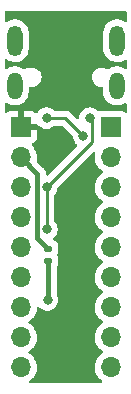
<source format=gbl>
%TF.GenerationSoftware,KiCad,Pcbnew,(6.0.7-1)-1*%
%TF.CreationDate,2022-09-18T21:52:20-07:00*%
%TF.ProjectId,tusb320-breakout-board,74757362-3332-4302-9d62-7265616b6f75,rev?*%
%TF.SameCoordinates,Original*%
%TF.FileFunction,Copper,L2,Bot*%
%TF.FilePolarity,Positive*%
%FSLAX46Y46*%
G04 Gerber Fmt 4.6, Leading zero omitted, Abs format (unit mm)*
G04 Created by KiCad (PCBNEW (6.0.7-1)-1) date 2022-09-18 21:52:20*
%MOMM*%
%LPD*%
G01*
G04 APERTURE LIST*
G04 Aperture macros list*
%AMRoundRect*
0 Rectangle with rounded corners*
0 $1 Rounding radius*
0 $2 $3 $4 $5 $6 $7 $8 $9 X,Y pos of 4 corners*
0 Add a 4 corners polygon primitive as box body*
4,1,4,$2,$3,$4,$5,$6,$7,$8,$9,$2,$3,0*
0 Add four circle primitives for the rounded corners*
1,1,$1+$1,$2,$3*
1,1,$1+$1,$4,$5*
1,1,$1+$1,$6,$7*
1,1,$1+$1,$8,$9*
0 Add four rect primitives between the rounded corners*
20,1,$1+$1,$2,$3,$4,$5,0*
20,1,$1+$1,$4,$5,$6,$7,0*
20,1,$1+$1,$6,$7,$8,$9,0*
20,1,$1+$1,$8,$9,$2,$3,0*%
G04 Aperture macros list end*
%TA.AperFunction,SMDPad,CuDef*%
%ADD10RoundRect,0.135000X-0.185000X0.135000X-0.185000X-0.135000X0.185000X-0.135000X0.185000X0.135000X0*%
%TD*%
%TA.AperFunction,ComponentPad*%
%ADD11O,1.300000X2.600000*%
%TD*%
%TA.AperFunction,ComponentPad*%
%ADD12O,1.300000X2.300000*%
%TD*%
%TA.AperFunction,ComponentPad*%
%ADD13R,1.700000X1.700000*%
%TD*%
%TA.AperFunction,ComponentPad*%
%ADD14O,1.700000X1.700000*%
%TD*%
%TA.AperFunction,ViaPad*%
%ADD15C,0.800000*%
%TD*%
%TA.AperFunction,Conductor*%
%ADD16C,0.400000*%
%TD*%
%TA.AperFunction,Conductor*%
%ADD17C,0.250000*%
%TD*%
G04 APERTURE END LIST*
D10*
%TO.P,R2,2*%
%TO.N,Net-(J2-Pad7)*%
X121056400Y-93268800D03*
%TO.P,R2,1*%
%TO.N,Net-(C1-Pad2)*%
X121056400Y-92248800D03*
%TD*%
D11*
%TO.P,J1,S1,SHIELD*%
%TO.N,unconnected-(J1-PadS1)*%
X126860000Y-74630000D03*
X118220000Y-74630000D03*
D12*
X118220000Y-78455000D03*
X126860000Y-78455000D03*
%TD*%
D13*
%TO.P,J2,1,Pin_1*%
%TO.N,GND*%
X118720000Y-81958000D03*
D14*
%TO.P,J2,2,Pin_2*%
%TO.N,Net-(C1-Pad2)*%
X118720000Y-84498000D03*
%TO.P,J2,3,Pin_3*%
%TO.N,Net-(J1-PadA5)*%
X118720000Y-87038000D03*
%TO.P,J2,4,Pin_4*%
%TO.N,Net-(J1-PadB5)*%
X118720000Y-89578000D03*
%TO.P,J2,5,Pin_5*%
%TO.N,Net-(J2-Pad5)*%
X118720000Y-92118000D03*
%TO.P,J2,6,Pin_6*%
%TO.N,Net-(J2-Pad6)*%
X118720000Y-94658000D03*
%TO.P,J2,7,Pin_7*%
%TO.N,Net-(J2-Pad7)*%
X118720000Y-97198000D03*
%TO.P,J2,8,Pin_8*%
%TO.N,Net-(J2-Pad8)*%
X118720000Y-99738000D03*
%TO.P,J2,9,Pin_9*%
%TO.N,Net-(J2-Pad9)*%
X118720000Y-102278000D03*
%TD*%
D13*
%TO.P,J3,1,Pin_1*%
%TO.N,Net-(J1-PadB8)*%
X126340000Y-81958000D03*
D14*
%TO.P,J3,2,Pin_2*%
%TO.N,Net-(J1-PadA8)*%
X126340000Y-84498000D03*
%TO.P,J3,3,Pin_3*%
%TO.N,Net-(J1-PadA7)*%
X126340000Y-87038000D03*
%TO.P,J3,4,Pin_4*%
%TO.N,Net-(J1-PadA6)*%
X126340000Y-89578000D03*
%TO.P,J3,5,Pin_5*%
%TO.N,Net-(C2-Pad2)*%
X126340000Y-92118000D03*
%TO.P,J3,6,Pin_6*%
%TO.N,Net-(J3-Pad6)*%
X126340000Y-94658000D03*
%TO.P,J3,7,Pin_7*%
%TO.N,Net-(J3-Pad7)*%
X126340000Y-97198000D03*
%TO.P,J3,8,Pin_8*%
%TO.N,Net-(J3-Pad8)*%
X126340000Y-99738000D03*
%TO.P,J3,9,Pin_9*%
%TO.N,Net-(J3-Pad9)*%
X126340000Y-102278000D03*
%TD*%
D15*
%TO.N,Net-(J2-Pad7)*%
X120980200Y-96596200D03*
%TO.N,GND*%
X122301000Y-87579200D03*
X125640000Y-80111600D03*
X121208800Y-85090000D03*
X123960000Y-90068400D03*
X124980000Y-95928000D03*
%TO.N,Net-(J1-PadA5)*%
X120930000Y-90600000D03*
X120930000Y-87038000D03*
X124560000Y-81190000D03*
%TO.N,Net-(J1-PadA8)*%
X124020000Y-82710000D03*
X120910000Y-81190000D03*
%TD*%
D16*
%TO.N,Net-(J2-Pad7)*%
X121056400Y-93268800D02*
X121056400Y-96520000D01*
X121056400Y-96520000D02*
X120980200Y-96596200D01*
%TO.N,Net-(C1-Pad2)*%
X118720000Y-84498000D02*
X120130000Y-85908000D01*
X120130000Y-85908000D02*
X120130000Y-91322400D01*
X120130000Y-91322400D02*
X121056400Y-92248800D01*
D17*
%TO.N,Net-(J1-PadA5)*%
X124745000Y-81375000D02*
X124745000Y-83223000D01*
X124560000Y-81190000D02*
X124745000Y-81375000D01*
X124745000Y-83223000D02*
X120930000Y-87038000D01*
X120930000Y-87038000D02*
X120930000Y-90600000D01*
%TO.N,Net-(J1-PadA8)*%
X122500000Y-81190000D02*
X124020000Y-82710000D01*
X120910000Y-81190000D02*
X122500000Y-81190000D01*
%TD*%
%TA.AperFunction,Conductor*%
%TO.N,GND*%
G36*
X124941402Y-84026670D02*
G01*
X124998237Y-84069217D01*
X125023048Y-84135737D01*
X125018786Y-84178396D01*
X125000989Y-84242570D01*
X124977251Y-84464695D01*
X124977548Y-84469848D01*
X124977548Y-84469851D01*
X124983011Y-84564590D01*
X124990110Y-84687715D01*
X124991247Y-84692761D01*
X124991248Y-84692767D01*
X125006822Y-84761871D01*
X125039222Y-84905639D01*
X125123266Y-85112616D01*
X125125965Y-85117020D01*
X125237288Y-85298683D01*
X125239987Y-85303088D01*
X125386250Y-85471938D01*
X125558126Y-85614632D01*
X125596569Y-85637096D01*
X125631445Y-85657476D01*
X125680169Y-85709114D01*
X125693240Y-85778897D01*
X125666509Y-85844669D01*
X125626055Y-85878027D01*
X125613607Y-85884507D01*
X125609474Y-85887610D01*
X125609471Y-85887612D01*
X125439100Y-86015530D01*
X125434965Y-86018635D01*
X125280629Y-86180138D01*
X125277715Y-86184410D01*
X125277714Y-86184411D01*
X125200071Y-86298231D01*
X125154743Y-86364680D01*
X125060688Y-86567305D01*
X125000989Y-86782570D01*
X124977251Y-87004695D01*
X124990110Y-87227715D01*
X124991247Y-87232761D01*
X124991248Y-87232767D01*
X125012275Y-87326069D01*
X125039222Y-87445639D01*
X125123266Y-87652616D01*
X125147497Y-87692158D01*
X125237288Y-87838683D01*
X125239987Y-87843088D01*
X125386250Y-88011938D01*
X125558126Y-88154632D01*
X125628595Y-88195811D01*
X125631445Y-88197476D01*
X125680169Y-88249114D01*
X125693240Y-88318897D01*
X125666509Y-88384669D01*
X125626055Y-88418027D01*
X125613607Y-88424507D01*
X125609474Y-88427610D01*
X125609471Y-88427612D01*
X125585247Y-88445800D01*
X125434965Y-88558635D01*
X125280629Y-88720138D01*
X125277715Y-88724410D01*
X125277714Y-88724411D01*
X125200071Y-88838231D01*
X125154743Y-88904680D01*
X125060688Y-89107305D01*
X125000989Y-89322570D01*
X124977251Y-89544695D01*
X124990110Y-89767715D01*
X124991247Y-89772761D01*
X124991248Y-89772767D01*
X125012275Y-89866069D01*
X125039222Y-89985639D01*
X125123266Y-90192616D01*
X125125965Y-90197020D01*
X125237288Y-90378683D01*
X125239987Y-90383088D01*
X125386250Y-90551938D01*
X125558126Y-90694632D01*
X125628595Y-90735811D01*
X125631445Y-90737476D01*
X125680169Y-90789114D01*
X125693240Y-90858897D01*
X125666509Y-90924669D01*
X125626055Y-90958027D01*
X125613607Y-90964507D01*
X125609474Y-90967610D01*
X125609471Y-90967612D01*
X125585247Y-90985800D01*
X125434965Y-91098635D01*
X125280629Y-91260138D01*
X125277715Y-91264410D01*
X125277714Y-91264411D01*
X125200071Y-91378231D01*
X125154743Y-91444680D01*
X125120463Y-91518531D01*
X125082046Y-91601294D01*
X125060688Y-91647305D01*
X125000989Y-91862570D01*
X124977251Y-92084695D01*
X124990110Y-92307715D01*
X124991247Y-92312761D01*
X124991248Y-92312767D01*
X125012275Y-92406069D01*
X125039222Y-92525639D01*
X125123266Y-92732616D01*
X125139312Y-92758800D01*
X125237288Y-92918683D01*
X125239987Y-92923088D01*
X125386250Y-93091938D01*
X125558126Y-93234632D01*
X125628595Y-93275811D01*
X125631445Y-93277476D01*
X125680169Y-93329114D01*
X125693240Y-93398897D01*
X125666509Y-93464669D01*
X125626055Y-93498027D01*
X125613607Y-93504507D01*
X125609474Y-93507610D01*
X125609471Y-93507612D01*
X125585247Y-93525800D01*
X125434965Y-93638635D01*
X125280629Y-93800138D01*
X125277715Y-93804410D01*
X125277714Y-93804411D01*
X125200071Y-93918231D01*
X125154743Y-93984680D01*
X125060688Y-94187305D01*
X125000989Y-94402570D01*
X124977251Y-94624695D01*
X124977548Y-94629848D01*
X124977548Y-94629851D01*
X124983011Y-94724590D01*
X124990110Y-94847715D01*
X124991247Y-94852761D01*
X124991248Y-94852767D01*
X125011119Y-94940939D01*
X125039222Y-95065639D01*
X125123266Y-95272616D01*
X125125965Y-95277020D01*
X125237288Y-95458683D01*
X125239987Y-95463088D01*
X125386250Y-95631938D01*
X125558126Y-95774632D01*
X125628595Y-95815811D01*
X125631445Y-95817476D01*
X125680169Y-95869114D01*
X125693240Y-95938897D01*
X125666509Y-96004669D01*
X125626055Y-96038027D01*
X125613607Y-96044507D01*
X125609474Y-96047610D01*
X125609471Y-96047612D01*
X125439100Y-96175530D01*
X125434965Y-96178635D01*
X125280629Y-96340138D01*
X125277715Y-96344410D01*
X125277714Y-96344411D01*
X125200071Y-96458231D01*
X125154743Y-96524680D01*
X125060688Y-96727305D01*
X125000989Y-96942570D01*
X124977251Y-97164695D01*
X124977548Y-97169848D01*
X124977548Y-97169851D01*
X124979361Y-97201288D01*
X124990110Y-97387715D01*
X124991247Y-97392761D01*
X124991248Y-97392767D01*
X125006921Y-97462309D01*
X125039222Y-97605639D01*
X125123266Y-97812616D01*
X125125965Y-97817020D01*
X125237288Y-97998683D01*
X125239987Y-98003088D01*
X125386250Y-98171938D01*
X125558126Y-98314632D01*
X125628595Y-98355811D01*
X125631445Y-98357476D01*
X125680169Y-98409114D01*
X125693240Y-98478897D01*
X125666509Y-98544669D01*
X125626055Y-98578027D01*
X125613607Y-98584507D01*
X125609474Y-98587610D01*
X125609471Y-98587612D01*
X125585247Y-98605800D01*
X125434965Y-98718635D01*
X125280629Y-98880138D01*
X125277715Y-98884410D01*
X125277714Y-98884411D01*
X125200071Y-98998231D01*
X125154743Y-99064680D01*
X125060688Y-99267305D01*
X125000989Y-99482570D01*
X124977251Y-99704695D01*
X124977548Y-99709848D01*
X124977548Y-99709851D01*
X124983011Y-99804590D01*
X124990110Y-99927715D01*
X124991247Y-99932761D01*
X124991248Y-99932767D01*
X125011119Y-100020939D01*
X125039222Y-100145639D01*
X125123266Y-100352616D01*
X125125965Y-100357020D01*
X125237288Y-100538683D01*
X125239987Y-100543088D01*
X125386250Y-100711938D01*
X125558126Y-100854632D01*
X125628595Y-100895811D01*
X125631445Y-100897476D01*
X125680169Y-100949114D01*
X125693240Y-101018897D01*
X125666509Y-101084669D01*
X125626055Y-101118027D01*
X125613607Y-101124507D01*
X125609474Y-101127610D01*
X125609471Y-101127612D01*
X125585247Y-101145800D01*
X125434965Y-101258635D01*
X125280629Y-101420138D01*
X125277715Y-101424410D01*
X125277714Y-101424411D01*
X125200071Y-101538231D01*
X125154743Y-101604680D01*
X125060688Y-101807305D01*
X125000989Y-102022570D01*
X124977251Y-102244695D01*
X124977548Y-102249848D01*
X124977548Y-102249851D01*
X124983011Y-102344590D01*
X124990110Y-102467715D01*
X124991247Y-102472761D01*
X124991248Y-102472767D01*
X125011119Y-102560939D01*
X125039222Y-102685639D01*
X125123266Y-102892616D01*
X125125965Y-102897020D01*
X125237288Y-103078683D01*
X125239987Y-103083088D01*
X125386250Y-103251938D01*
X125558126Y-103394632D01*
X125562593Y-103397242D01*
X125566827Y-103400207D01*
X125566041Y-103401329D01*
X125610406Y-103448344D01*
X125623482Y-103518126D01*
X125596754Y-103583899D01*
X125538710Y-103624782D01*
X125498116Y-103631500D01*
X119555617Y-103631500D01*
X119487496Y-103611498D01*
X119441003Y-103557842D01*
X119430899Y-103487568D01*
X119460393Y-103422988D01*
X119482449Y-103402921D01*
X119498703Y-103391327D01*
X119599860Y-103319173D01*
X119758096Y-103161489D01*
X119817594Y-103078689D01*
X119885435Y-102984277D01*
X119888453Y-102980077D01*
X119895827Y-102965158D01*
X119985136Y-102784453D01*
X119985137Y-102784451D01*
X119987430Y-102779811D01*
X120052370Y-102566069D01*
X120081529Y-102344590D01*
X120083156Y-102278000D01*
X120064852Y-102055361D01*
X120010431Y-101838702D01*
X119921354Y-101633840D01*
X119877035Y-101565334D01*
X119802822Y-101450617D01*
X119802820Y-101450614D01*
X119800014Y-101446277D01*
X119649670Y-101281051D01*
X119645619Y-101277852D01*
X119645615Y-101277848D01*
X119478414Y-101145800D01*
X119478410Y-101145798D01*
X119474359Y-101142598D01*
X119433053Y-101119796D01*
X119383084Y-101069364D01*
X119368312Y-100999921D01*
X119393428Y-100933516D01*
X119420780Y-100906909D01*
X119464603Y-100875650D01*
X119599860Y-100779173D01*
X119758096Y-100621489D01*
X119817594Y-100538689D01*
X119885435Y-100444277D01*
X119888453Y-100440077D01*
X119895827Y-100425158D01*
X119985136Y-100244453D01*
X119985137Y-100244451D01*
X119987430Y-100239811D01*
X120052370Y-100026069D01*
X120081529Y-99804590D01*
X120083156Y-99738000D01*
X120064852Y-99515361D01*
X120010431Y-99298702D01*
X119921354Y-99093840D01*
X119877035Y-99025334D01*
X119802822Y-98910617D01*
X119802820Y-98910614D01*
X119800014Y-98906277D01*
X119649670Y-98741051D01*
X119645619Y-98737852D01*
X119645615Y-98737848D01*
X119478414Y-98605800D01*
X119478410Y-98605798D01*
X119474359Y-98602598D01*
X119433053Y-98579796D01*
X119383084Y-98529364D01*
X119368312Y-98459921D01*
X119393428Y-98393516D01*
X119420780Y-98366909D01*
X119464603Y-98335650D01*
X119599860Y-98239173D01*
X119758096Y-98081489D01*
X119817594Y-97998689D01*
X119885435Y-97904277D01*
X119888453Y-97900077D01*
X119895827Y-97885158D01*
X119985136Y-97704453D01*
X119985137Y-97704451D01*
X119987430Y-97699811D01*
X120019900Y-97592940D01*
X120050865Y-97491023D01*
X120050865Y-97491021D01*
X120052370Y-97486069D01*
X120081315Y-97266215D01*
X120110038Y-97201288D01*
X120169303Y-97162197D01*
X120240295Y-97161352D01*
X120299872Y-97198350D01*
X120368947Y-97275066D01*
X120523448Y-97387318D01*
X120529476Y-97390002D01*
X120529478Y-97390003D01*
X120691881Y-97462309D01*
X120697912Y-97464994D01*
X120772927Y-97480939D01*
X120878256Y-97503328D01*
X120878261Y-97503328D01*
X120884713Y-97504700D01*
X121075687Y-97504700D01*
X121082139Y-97503328D01*
X121082144Y-97503328D01*
X121187473Y-97480939D01*
X121262488Y-97464994D01*
X121268519Y-97462309D01*
X121430922Y-97390003D01*
X121430924Y-97390002D01*
X121436952Y-97387318D01*
X121591453Y-97275066D01*
X121595875Y-97270155D01*
X121714821Y-97138052D01*
X121714822Y-97138051D01*
X121719240Y-97133144D01*
X121814727Y-96967756D01*
X121873742Y-96786128D01*
X121879925Y-96727305D01*
X121893014Y-96602765D01*
X121893704Y-96596200D01*
X121889252Y-96553840D01*
X121874432Y-96412835D01*
X121874432Y-96412833D01*
X121873742Y-96406272D01*
X121814727Y-96224644D01*
X121803311Y-96204870D01*
X121781781Y-96167580D01*
X121764900Y-96104580D01*
X121764900Y-93817221D01*
X121782447Y-93753082D01*
X121832631Y-93668225D01*
X121832633Y-93668221D01*
X121836669Y-93661396D01*
X121882029Y-93505266D01*
X121882535Y-93498847D01*
X121884707Y-93471244D01*
X121884707Y-93471238D01*
X121884900Y-93468789D01*
X121884899Y-93068812D01*
X121882029Y-93032334D01*
X121851424Y-92926990D01*
X121838881Y-92883817D01*
X121838880Y-92883815D01*
X121836669Y-92876204D01*
X121832633Y-92869379D01*
X121832631Y-92869375D01*
X121805169Y-92822939D01*
X121787709Y-92754123D01*
X121805169Y-92694661D01*
X121832631Y-92648225D01*
X121832633Y-92648221D01*
X121836669Y-92641396D01*
X121841592Y-92624453D01*
X121880234Y-92491444D01*
X121882029Y-92485266D01*
X121884900Y-92448789D01*
X121884899Y-92048812D01*
X121882029Y-92012334D01*
X121836669Y-91856204D01*
X121753906Y-91716259D01*
X121638941Y-91601294D01*
X121505548Y-91522406D01*
X121457095Y-91470513D01*
X121444390Y-91400662D01*
X121471465Y-91335031D01*
X121495626Y-91312016D01*
X121535909Y-91282749D01*
X121535911Y-91282747D01*
X121541253Y-91278866D01*
X121669040Y-91136944D01*
X121764527Y-90971556D01*
X121823542Y-90789928D01*
X121828064Y-90746909D01*
X121842814Y-90606565D01*
X121843504Y-90600000D01*
X121838042Y-90548031D01*
X121824232Y-90416635D01*
X121824232Y-90416633D01*
X121823542Y-90410072D01*
X121764527Y-90228444D01*
X121669040Y-90063056D01*
X121595863Y-89981785D01*
X121565147Y-89917779D01*
X121563500Y-89897476D01*
X121563500Y-87740524D01*
X121583502Y-87672403D01*
X121595858Y-87656221D01*
X121669040Y-87574944D01*
X121740931Y-87450425D01*
X121761223Y-87415279D01*
X121761224Y-87415278D01*
X121764527Y-87409556D01*
X121823542Y-87227928D01*
X121840907Y-87062706D01*
X121867920Y-86997050D01*
X121877122Y-86986782D01*
X124808274Y-84055631D01*
X124870586Y-84021605D01*
X124941402Y-84026670D01*
G37*
%TD.AperFunction*%
%TA.AperFunction,Conductor*%
G36*
X127653621Y-72128502D02*
G01*
X127700114Y-72182158D01*
X127711500Y-72234500D01*
X127711500Y-72918849D01*
X127691498Y-72986970D01*
X127637842Y-73033463D01*
X127567568Y-73043567D01*
X127518264Y-73025411D01*
X127393081Y-72946426D01*
X127388201Y-72943347D01*
X127190441Y-72864449D01*
X127184781Y-72863323D01*
X127184777Y-72863322D01*
X126987282Y-72824038D01*
X126987280Y-72824038D01*
X126981615Y-72822911D01*
X126975840Y-72822835D01*
X126975836Y-72822835D01*
X126869161Y-72821439D01*
X126768716Y-72820124D01*
X126763019Y-72821103D01*
X126763018Y-72821103D01*
X126564564Y-72855203D01*
X126564561Y-72855204D01*
X126558874Y-72856181D01*
X126359116Y-72929875D01*
X126176134Y-73038739D01*
X126016054Y-73179125D01*
X125884238Y-73346333D01*
X125881549Y-73351444D01*
X125881547Y-73351447D01*
X125827085Y-73454961D01*
X125785100Y-73534762D01*
X125783386Y-73540283D01*
X125783384Y-73540287D01*
X125730494Y-73710623D01*
X125721961Y-73738102D01*
X125701500Y-73910982D01*
X125701500Y-75334013D01*
X125716019Y-75492024D01*
X125773814Y-75696948D01*
X125867985Y-75887908D01*
X125995378Y-76058509D01*
X126151729Y-76203037D01*
X126331799Y-76316653D01*
X126529559Y-76395551D01*
X126535219Y-76396677D01*
X126535223Y-76396678D01*
X126732718Y-76435962D01*
X126732720Y-76435962D01*
X126738385Y-76437089D01*
X126744160Y-76437165D01*
X126744164Y-76437165D01*
X126850839Y-76438561D01*
X126951284Y-76439876D01*
X126956982Y-76438897D01*
X127155436Y-76404797D01*
X127155439Y-76404796D01*
X127161126Y-76403819D01*
X127360884Y-76330125D01*
X127521078Y-76234818D01*
X127589847Y-76217179D01*
X127657237Y-76239519D01*
X127701851Y-76294747D01*
X127711500Y-76343104D01*
X127711500Y-76893849D01*
X127691498Y-76961970D01*
X127637842Y-77008463D01*
X127567568Y-77018567D01*
X127518264Y-77000411D01*
X127517599Y-76999991D01*
X127388201Y-76918347D01*
X127190441Y-76839449D01*
X127184781Y-76838323D01*
X127184777Y-76838322D01*
X126987282Y-76799038D01*
X126987280Y-76799038D01*
X126981615Y-76797911D01*
X126975840Y-76797835D01*
X126975836Y-76797835D01*
X126869161Y-76796439D01*
X126768716Y-76795124D01*
X126763019Y-76796103D01*
X126763018Y-76796103D01*
X126564564Y-76830203D01*
X126564561Y-76830204D01*
X126558874Y-76831181D01*
X126359116Y-76904875D01*
X126263149Y-76961970D01*
X126201204Y-76998824D01*
X126176134Y-77013739D01*
X126153405Y-77033672D01*
X126139582Y-77045794D01*
X126075178Y-77075671D01*
X126004845Y-77065985D01*
X125988254Y-77056975D01*
X125901762Y-77001235D01*
X125895142Y-76998826D01*
X125895139Y-76998824D01*
X125737934Y-76941606D01*
X125737933Y-76941606D01*
X125731315Y-76939197D01*
X125591231Y-76921500D01*
X125494390Y-76921500D01*
X125359745Y-76936603D01*
X125353092Y-76938920D01*
X125353091Y-76938920D01*
X125195106Y-76993936D01*
X125195103Y-76993938D01*
X125188448Y-76996255D01*
X125182471Y-76999990D01*
X125182469Y-76999991D01*
X125174367Y-77005054D01*
X125034624Y-77092374D01*
X125029628Y-77097335D01*
X125029627Y-77097336D01*
X124910915Y-77215222D01*
X124910912Y-77215226D01*
X124905918Y-77220185D01*
X124808727Y-77373334D01*
X124806362Y-77379976D01*
X124750243Y-77537575D01*
X124750242Y-77537580D01*
X124747881Y-77544210D01*
X124726404Y-77724320D01*
X124745364Y-77904712D01*
X124803818Y-78076421D01*
X124898862Y-78230912D01*
X124903793Y-78235947D01*
X124903795Y-78235950D01*
X125020843Y-78355475D01*
X125025771Y-78360507D01*
X125178238Y-78458765D01*
X125184858Y-78461174D01*
X125184861Y-78461176D01*
X125342066Y-78518394D01*
X125348685Y-78520803D01*
X125488769Y-78538500D01*
X125575500Y-78538500D01*
X125643621Y-78558502D01*
X125690114Y-78612158D01*
X125701500Y-78664500D01*
X125701500Y-79009013D01*
X125716019Y-79167024D01*
X125773814Y-79371948D01*
X125867985Y-79562908D01*
X125995378Y-79733509D01*
X126151729Y-79878037D01*
X126331799Y-79991653D01*
X126529559Y-80070551D01*
X126535219Y-80071677D01*
X126535223Y-80071678D01*
X126732718Y-80110962D01*
X126732720Y-80110962D01*
X126738385Y-80112089D01*
X126744160Y-80112165D01*
X126744164Y-80112165D01*
X126850839Y-80113561D01*
X126951284Y-80114876D01*
X126956982Y-80113897D01*
X127155436Y-80079797D01*
X127155439Y-80079796D01*
X127161126Y-80078819D01*
X127360884Y-80005125D01*
X127521078Y-79909818D01*
X127589847Y-79892179D01*
X127657237Y-79914519D01*
X127701851Y-79969747D01*
X127711500Y-80018104D01*
X127711500Y-80611442D01*
X127691498Y-80679563D01*
X127637842Y-80726056D01*
X127567568Y-80736160D01*
X127509935Y-80712268D01*
X127466297Y-80679563D01*
X127436705Y-80657385D01*
X127300316Y-80606255D01*
X127238134Y-80599500D01*
X125441866Y-80599500D01*
X125438469Y-80599869D01*
X125387534Y-80605402D01*
X125387532Y-80605402D01*
X125379684Y-80606255D01*
X125368293Y-80610525D01*
X125364964Y-80610769D01*
X125364602Y-80610855D01*
X125364588Y-80610796D01*
X125297488Y-80615710D01*
X125230429Y-80576856D01*
X125171253Y-80511134D01*
X125016752Y-80398882D01*
X125010724Y-80396198D01*
X125010722Y-80396197D01*
X124848319Y-80323891D01*
X124848318Y-80323891D01*
X124842288Y-80321206D01*
X124748887Y-80301353D01*
X124661944Y-80282872D01*
X124661939Y-80282872D01*
X124655487Y-80281500D01*
X124464513Y-80281500D01*
X124458061Y-80282872D01*
X124458056Y-80282872D01*
X124371113Y-80301353D01*
X124277712Y-80321206D01*
X124271682Y-80323891D01*
X124271681Y-80323891D01*
X124109278Y-80396197D01*
X124109276Y-80396198D01*
X124103248Y-80398882D01*
X123948747Y-80511134D01*
X123944326Y-80516044D01*
X123944325Y-80516045D01*
X123835203Y-80637238D01*
X123820960Y-80653056D01*
X123806073Y-80678841D01*
X123745537Y-80783693D01*
X123725473Y-80818444D01*
X123666458Y-81000072D01*
X123665768Y-81006633D01*
X123665768Y-81006635D01*
X123650275Y-81154041D01*
X123623262Y-81219698D01*
X123565040Y-81260327D01*
X123494095Y-81263030D01*
X123435870Y-81229965D01*
X123003652Y-80797747D01*
X122996112Y-80789461D01*
X122992000Y-80782982D01*
X122942348Y-80736356D01*
X122939507Y-80733602D01*
X122919770Y-80713865D01*
X122916573Y-80711385D01*
X122907551Y-80703680D01*
X122881100Y-80678841D01*
X122875321Y-80673414D01*
X122868375Y-80669595D01*
X122868372Y-80669593D01*
X122857566Y-80663652D01*
X122841047Y-80652801D01*
X122835048Y-80648148D01*
X122825041Y-80640386D01*
X122817772Y-80637241D01*
X122817768Y-80637238D01*
X122784463Y-80622826D01*
X122773813Y-80617609D01*
X122735060Y-80596305D01*
X122715437Y-80591267D01*
X122696734Y-80584863D01*
X122685420Y-80579967D01*
X122685419Y-80579967D01*
X122678145Y-80576819D01*
X122670322Y-80575580D01*
X122670312Y-80575577D01*
X122634476Y-80569901D01*
X122622856Y-80567495D01*
X122587711Y-80558472D01*
X122587710Y-80558472D01*
X122580030Y-80556500D01*
X122559776Y-80556500D01*
X122540065Y-80554949D01*
X122527886Y-80553020D01*
X122520057Y-80551780D01*
X122512165Y-80552526D01*
X122476039Y-80555941D01*
X122464181Y-80556500D01*
X121618200Y-80556500D01*
X121550079Y-80536498D01*
X121530853Y-80520157D01*
X121530580Y-80520460D01*
X121525668Y-80516037D01*
X121521253Y-80511134D01*
X121366752Y-80398882D01*
X121360724Y-80396198D01*
X121360722Y-80396197D01*
X121198319Y-80323891D01*
X121198318Y-80323891D01*
X121192288Y-80321206D01*
X121098887Y-80301353D01*
X121011944Y-80282872D01*
X121011939Y-80282872D01*
X121005487Y-80281500D01*
X120814513Y-80281500D01*
X120808061Y-80282872D01*
X120808056Y-80282872D01*
X120721113Y-80301353D01*
X120627712Y-80321206D01*
X120621682Y-80323891D01*
X120621681Y-80323891D01*
X120459278Y-80396197D01*
X120459276Y-80396198D01*
X120453248Y-80398882D01*
X120298747Y-80511134D01*
X120294326Y-80516044D01*
X120294325Y-80516045D01*
X120185203Y-80637238D01*
X120170960Y-80653056D01*
X120137252Y-80711441D01*
X120131581Y-80721263D01*
X120080199Y-80770256D01*
X120010485Y-80783693D01*
X119944574Y-80757306D01*
X119933367Y-80747358D01*
X119925724Y-80739715D01*
X119823649Y-80663214D01*
X119808054Y-80654676D01*
X119687606Y-80609522D01*
X119672351Y-80605895D01*
X119621486Y-80600369D01*
X119614672Y-80600000D01*
X118992115Y-80600000D01*
X118976876Y-80604475D01*
X118975671Y-80605865D01*
X118974000Y-80613548D01*
X118974000Y-81685885D01*
X118978475Y-81701124D01*
X118979865Y-81702329D01*
X118987548Y-81704000D01*
X120077999Y-81704000D01*
X120077999Y-81705341D01*
X120126314Y-81705341D01*
X120184450Y-81741927D01*
X120298747Y-81868866D01*
X120453248Y-81981118D01*
X120459276Y-81983802D01*
X120459278Y-81983803D01*
X120621681Y-82056109D01*
X120627712Y-82058794D01*
X120721112Y-82078647D01*
X120808056Y-82097128D01*
X120808061Y-82097128D01*
X120814513Y-82098500D01*
X121005487Y-82098500D01*
X121011939Y-82097128D01*
X121011944Y-82097128D01*
X121098888Y-82078647D01*
X121192288Y-82058794D01*
X121198319Y-82056109D01*
X121360722Y-81983803D01*
X121360724Y-81983802D01*
X121366752Y-81981118D01*
X121521253Y-81868866D01*
X121525668Y-81863963D01*
X121530580Y-81859540D01*
X121531705Y-81860789D01*
X121585014Y-81827949D01*
X121618200Y-81823500D01*
X122185406Y-81823500D01*
X122253527Y-81843502D01*
X122274501Y-81860405D01*
X123072878Y-82658782D01*
X123106904Y-82721094D01*
X123109092Y-82734703D01*
X123126458Y-82899928D01*
X123185473Y-83081556D01*
X123280960Y-83246944D01*
X123285378Y-83251851D01*
X123285379Y-83251852D01*
X123330268Y-83301706D01*
X123408747Y-83388866D01*
X123425648Y-83401145D01*
X123448374Y-83417657D01*
X123491728Y-83473880D01*
X123497803Y-83544616D01*
X123463408Y-83608688D01*
X121054144Y-86017951D01*
X120991832Y-86051977D01*
X120921016Y-86046912D01*
X120864181Y-86004365D01*
X120839370Y-85937845D01*
X120839341Y-85920286D01*
X120842209Y-85878224D01*
X120842209Y-85878220D01*
X120842725Y-85870648D01*
X120831738Y-85807697D01*
X120830776Y-85801175D01*
X120826979Y-85769797D01*
X120823102Y-85737758D01*
X120820419Y-85730657D01*
X120819778Y-85728048D01*
X120815315Y-85711738D01*
X120814550Y-85709202D01*
X120813243Y-85701716D01*
X120787556Y-85643200D01*
X120785065Y-85637096D01*
X120765173Y-85584452D01*
X120765172Y-85584451D01*
X120762487Y-85577344D01*
X120758183Y-85571081D01*
X120756946Y-85568715D01*
X120748701Y-85553903D01*
X120747368Y-85551649D01*
X120744315Y-85544695D01*
X120705413Y-85493998D01*
X120701541Y-85488668D01*
X120669661Y-85442280D01*
X120669656Y-85442275D01*
X120665357Y-85436019D01*
X120618829Y-85394564D01*
X120613554Y-85389584D01*
X120091383Y-84867413D01*
X120057357Y-84805101D01*
X120055556Y-84761871D01*
X120081092Y-84567908D01*
X120081529Y-84564590D01*
X120083156Y-84498000D01*
X120064852Y-84275361D01*
X120010431Y-84058702D01*
X119921354Y-83853840D01*
X119877035Y-83785334D01*
X119802822Y-83670617D01*
X119802820Y-83670614D01*
X119800014Y-83666277D01*
X119796540Y-83662459D01*
X119796533Y-83662450D01*
X119652435Y-83504088D01*
X119621383Y-83440242D01*
X119629779Y-83369744D01*
X119674956Y-83314976D01*
X119701400Y-83301307D01*
X119808052Y-83261325D01*
X119823649Y-83252786D01*
X119925724Y-83176285D01*
X119938285Y-83163724D01*
X120014786Y-83061649D01*
X120023324Y-83046054D01*
X120068478Y-82925606D01*
X120072105Y-82910351D01*
X120077631Y-82859486D01*
X120078000Y-82852672D01*
X120078000Y-82230115D01*
X120073525Y-82214876D01*
X120072135Y-82213671D01*
X120064452Y-82212000D01*
X118592000Y-82212000D01*
X118523879Y-82191998D01*
X118477386Y-82138342D01*
X118466000Y-82086000D01*
X118466000Y-80618116D01*
X118461525Y-80602877D01*
X118460135Y-80601672D01*
X118452452Y-80600001D01*
X117825331Y-80600001D01*
X117818510Y-80600371D01*
X117767648Y-80605895D01*
X117752396Y-80609521D01*
X117631946Y-80654676D01*
X117616352Y-80663214D01*
X117550065Y-80712893D01*
X117483559Y-80737741D01*
X117414176Y-80722688D01*
X117363946Y-80672514D01*
X117348500Y-80612067D01*
X117348500Y-80003532D01*
X117368502Y-79935411D01*
X117422158Y-79888918D01*
X117492432Y-79878814D01*
X117541736Y-79896970D01*
X117691799Y-79991653D01*
X117889559Y-80070551D01*
X117895219Y-80071677D01*
X117895223Y-80071678D01*
X118092718Y-80110962D01*
X118092720Y-80110962D01*
X118098385Y-80112089D01*
X118104160Y-80112165D01*
X118104164Y-80112165D01*
X118210839Y-80113561D01*
X118311284Y-80114876D01*
X118316982Y-80113897D01*
X118515436Y-80079797D01*
X118515439Y-80079796D01*
X118521126Y-80078819D01*
X118720884Y-80005125D01*
X118903866Y-79896261D01*
X119063946Y-79755875D01*
X119195762Y-79588667D01*
X119212041Y-79557727D01*
X119292207Y-79405356D01*
X119294900Y-79400238D01*
X119303685Y-79371948D01*
X119356324Y-79202421D01*
X119358039Y-79196898D01*
X119378500Y-79024018D01*
X119378500Y-78664500D01*
X119398502Y-78596379D01*
X119452158Y-78549886D01*
X119504500Y-78538500D01*
X119710610Y-78538500D01*
X119845255Y-78523397D01*
X119859622Y-78518394D01*
X120009894Y-78466064D01*
X120009897Y-78466062D01*
X120016552Y-78463745D01*
X120024522Y-78458765D01*
X120164402Y-78371359D01*
X120170376Y-78367626D01*
X120182612Y-78355475D01*
X120294085Y-78244778D01*
X120294088Y-78244774D01*
X120299082Y-78239815D01*
X120396273Y-78086666D01*
X120406672Y-78057463D01*
X120454757Y-77922425D01*
X120454758Y-77922420D01*
X120457119Y-77915790D01*
X120478596Y-77735680D01*
X120459636Y-77555288D01*
X120401182Y-77383579D01*
X120306138Y-77229088D01*
X120301207Y-77224053D01*
X120301205Y-77224050D01*
X120184157Y-77104525D01*
X120184156Y-77104524D01*
X120179229Y-77099493D01*
X120026762Y-77001235D01*
X120020142Y-76998826D01*
X120020139Y-76998824D01*
X119862934Y-76941606D01*
X119862933Y-76941606D01*
X119856315Y-76939197D01*
X119716231Y-76921500D01*
X119369390Y-76921500D01*
X119234745Y-76936603D01*
X119228092Y-76938920D01*
X119228091Y-76938920D01*
X119070106Y-76993936D01*
X119070103Y-76993938D01*
X119063448Y-76996255D01*
X119034193Y-77014536D01*
X118965826Y-77033672D01*
X118900188Y-77014244D01*
X118877599Y-76999991D01*
X118748201Y-76918347D01*
X118550441Y-76839449D01*
X118544781Y-76838323D01*
X118544777Y-76838322D01*
X118347282Y-76799038D01*
X118347280Y-76799038D01*
X118341615Y-76797911D01*
X118335840Y-76797835D01*
X118335836Y-76797835D01*
X118229161Y-76796439D01*
X118128716Y-76795124D01*
X118123019Y-76796103D01*
X118123018Y-76796103D01*
X117924564Y-76830203D01*
X117924561Y-76830204D01*
X117918874Y-76831181D01*
X117719116Y-76904875D01*
X117538921Y-77012081D01*
X117470153Y-77029720D01*
X117402763Y-77007380D01*
X117358149Y-76952152D01*
X117348500Y-76903795D01*
X117348500Y-76328532D01*
X117368502Y-76260411D01*
X117422158Y-76213918D01*
X117492432Y-76203814D01*
X117541736Y-76221970D01*
X117691799Y-76316653D01*
X117889559Y-76395551D01*
X117895219Y-76396677D01*
X117895223Y-76396678D01*
X118092718Y-76435962D01*
X118092720Y-76435962D01*
X118098385Y-76437089D01*
X118104160Y-76437165D01*
X118104164Y-76437165D01*
X118210839Y-76438561D01*
X118311284Y-76439876D01*
X118316982Y-76438897D01*
X118515436Y-76404797D01*
X118515439Y-76404796D01*
X118521126Y-76403819D01*
X118720884Y-76330125D01*
X118903866Y-76221261D01*
X119063946Y-76080875D01*
X119195762Y-75913667D01*
X119212041Y-75882727D01*
X119292207Y-75730356D01*
X119294900Y-75725238D01*
X119303685Y-75696948D01*
X119356324Y-75527421D01*
X119358039Y-75521898D01*
X119378500Y-75349018D01*
X119378500Y-73925987D01*
X119363981Y-73767976D01*
X119306186Y-73563052D01*
X119212015Y-73372092D01*
X119084622Y-73201491D01*
X118928271Y-73056963D01*
X118748201Y-72943347D01*
X118550441Y-72864449D01*
X118544781Y-72863323D01*
X118544777Y-72863322D01*
X118347282Y-72824038D01*
X118347280Y-72824038D01*
X118341615Y-72822911D01*
X118335840Y-72822835D01*
X118335836Y-72822835D01*
X118229161Y-72821439D01*
X118128716Y-72820124D01*
X118123019Y-72821103D01*
X118123018Y-72821103D01*
X117924564Y-72855203D01*
X117924561Y-72855204D01*
X117918874Y-72856181D01*
X117719116Y-72929875D01*
X117538921Y-73037081D01*
X117470153Y-73054720D01*
X117402763Y-73032380D01*
X117358149Y-72977152D01*
X117348500Y-72928795D01*
X117348500Y-72234500D01*
X117368502Y-72166379D01*
X117422158Y-72119886D01*
X117474500Y-72108500D01*
X127585500Y-72108500D01*
X127653621Y-72128502D01*
G37*
%TD.AperFunction*%
%TD*%
M02*

</source>
